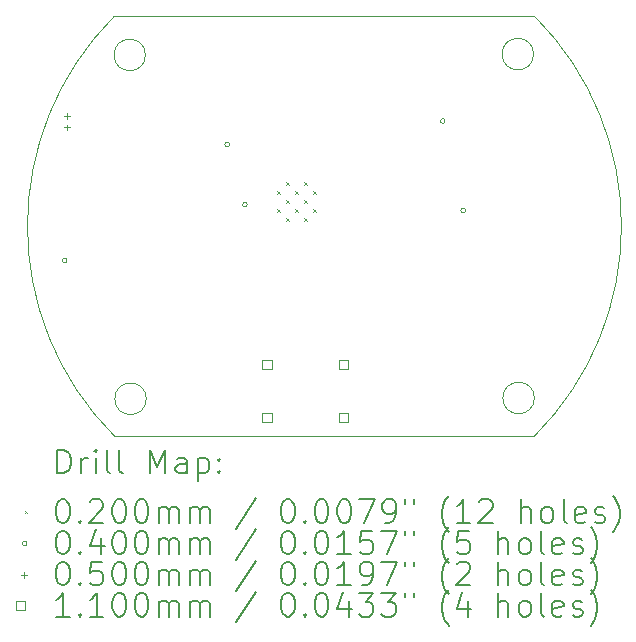
<source format=gbr>
%TF.GenerationSoftware,KiCad,Pcbnew,(6.0.10)*%
%TF.CreationDate,2023-02-02T13:59:29+08:00*%
%TF.ProjectId,AlarmTag,416c6172-6d54-4616-972e-6b696361645f,rev?*%
%TF.SameCoordinates,Original*%
%TF.FileFunction,Drillmap*%
%TF.FilePolarity,Positive*%
%FSLAX45Y45*%
G04 Gerber Fmt 4.5, Leading zero omitted, Abs format (unit mm)*
G04 Created by KiCad (PCBNEW (6.0.10)) date 2023-02-02 13:59:29*
%MOMM*%
%LPD*%
G01*
G04 APERTURE LIST*
%ADD10C,0.100000*%
%ADD11C,0.200000*%
%ADD12C,0.020000*%
%ADD13C,0.040000*%
%ADD14C,0.050000*%
%ADD15C,0.110000*%
G04 APERTURE END LIST*
D10*
X10697726Y-13273477D02*
G75*
G03*
X10697726Y-13273477I-133436J0D01*
G01*
X13984377Y-13589393D02*
G75*
G03*
X13984377Y-10033393I-1778000J1778000D01*
G01*
X10428377Y-10033393D02*
G75*
G03*
X10428377Y-13589393I1778000J-1778000D01*
G01*
X13983455Y-13266392D02*
G75*
G03*
X13983455Y-13266392I-133436J0D01*
G01*
X10428377Y-13589393D02*
X13984377Y-13589393D01*
X10690965Y-10362091D02*
G75*
G03*
X10690965Y-10362091I-133436J0D01*
G01*
X10428377Y-10033393D02*
X13984377Y-10033393D01*
X13976694Y-10355006D02*
G75*
G03*
X13976694Y-10355006I-133436J0D01*
G01*
D11*
D12*
X11808500Y-11515750D02*
X11828500Y-11535750D01*
X11828500Y-11515750D02*
X11808500Y-11535750D01*
X11808500Y-11668250D02*
X11828500Y-11688250D01*
X11828500Y-11668250D02*
X11808500Y-11688250D01*
X11884750Y-11439500D02*
X11904750Y-11459500D01*
X11904750Y-11439500D02*
X11884750Y-11459500D01*
X11884750Y-11592000D02*
X11904750Y-11612000D01*
X11904750Y-11592000D02*
X11884750Y-11612000D01*
X11884750Y-11744500D02*
X11904750Y-11764500D01*
X11904750Y-11744500D02*
X11884750Y-11764500D01*
X11961000Y-11515750D02*
X11981000Y-11535750D01*
X11981000Y-11515750D02*
X11961000Y-11535750D01*
X11961000Y-11668250D02*
X11981000Y-11688250D01*
X11981000Y-11668250D02*
X11961000Y-11688250D01*
X12037250Y-11439500D02*
X12057250Y-11459500D01*
X12057250Y-11439500D02*
X12037250Y-11459500D01*
X12037250Y-11592000D02*
X12057250Y-11612000D01*
X12057250Y-11592000D02*
X12037250Y-11612000D01*
X12037250Y-11744500D02*
X12057250Y-11764500D01*
X12057250Y-11744500D02*
X12037250Y-11764500D01*
X12113500Y-11515750D02*
X12133500Y-11535750D01*
X12133500Y-11515750D02*
X12113500Y-11535750D01*
X12113500Y-11668250D02*
X12133500Y-11688250D01*
X12133500Y-11668250D02*
X12113500Y-11688250D01*
D13*
X10025730Y-12103024D02*
G75*
G03*
X10025730Y-12103024I-20000J0D01*
G01*
X11403496Y-11121334D02*
G75*
G03*
X11403496Y-11121334I-20000J0D01*
G01*
X11553064Y-11628837D02*
G75*
G03*
X11553064Y-11628837I-20000J0D01*
G01*
X13228000Y-10922000D02*
G75*
G03*
X13228000Y-10922000I-20000J0D01*
G01*
X13401074Y-11678255D02*
G75*
G03*
X13401074Y-11678255I-20000J0D01*
G01*
D14*
X10024087Y-10851369D02*
X10024087Y-10901369D01*
X9999087Y-10876369D02*
X10049087Y-10876369D01*
X10024087Y-10951369D02*
X10024087Y-11001369D01*
X9999087Y-10976369D02*
X10049087Y-10976369D01*
D15*
X11758608Y-13021891D02*
X11758608Y-12944109D01*
X11680825Y-12944109D01*
X11680825Y-13021891D01*
X11758608Y-13021891D01*
X11758608Y-13471891D02*
X11758608Y-13394109D01*
X11680825Y-13394109D01*
X11680825Y-13471891D01*
X11758608Y-13471891D01*
X12408608Y-13021891D02*
X12408608Y-12944109D01*
X12330825Y-12944109D01*
X12330825Y-13021891D01*
X12408608Y-13021891D01*
X12408608Y-13471891D02*
X12408608Y-13394109D01*
X12330825Y-13394109D01*
X12330825Y-13471891D01*
X12408608Y-13471891D01*
D11*
X9944524Y-13904869D02*
X9944524Y-13704869D01*
X9992143Y-13704869D01*
X10020715Y-13714393D01*
X10039762Y-13733440D01*
X10049286Y-13752488D01*
X10058810Y-13790583D01*
X10058810Y-13819155D01*
X10049286Y-13857250D01*
X10039762Y-13876297D01*
X10020715Y-13895345D01*
X9992143Y-13904869D01*
X9944524Y-13904869D01*
X10144524Y-13904869D02*
X10144524Y-13771535D01*
X10144524Y-13809631D02*
X10154048Y-13790583D01*
X10163572Y-13781059D01*
X10182620Y-13771535D01*
X10201667Y-13771535D01*
X10268334Y-13904869D02*
X10268334Y-13771535D01*
X10268334Y-13704869D02*
X10258810Y-13714393D01*
X10268334Y-13723916D01*
X10277858Y-13714393D01*
X10268334Y-13704869D01*
X10268334Y-13723916D01*
X10392143Y-13904869D02*
X10373096Y-13895345D01*
X10363572Y-13876297D01*
X10363572Y-13704869D01*
X10496905Y-13904869D02*
X10477858Y-13895345D01*
X10468334Y-13876297D01*
X10468334Y-13704869D01*
X10725477Y-13904869D02*
X10725477Y-13704869D01*
X10792143Y-13847726D01*
X10858810Y-13704869D01*
X10858810Y-13904869D01*
X11039762Y-13904869D02*
X11039762Y-13800107D01*
X11030239Y-13781059D01*
X11011191Y-13771535D01*
X10973096Y-13771535D01*
X10954048Y-13781059D01*
X11039762Y-13895345D02*
X11020715Y-13904869D01*
X10973096Y-13904869D01*
X10954048Y-13895345D01*
X10944524Y-13876297D01*
X10944524Y-13857250D01*
X10954048Y-13838202D01*
X10973096Y-13828678D01*
X11020715Y-13828678D01*
X11039762Y-13819155D01*
X11135001Y-13771535D02*
X11135001Y-13971535D01*
X11135001Y-13781059D02*
X11154048Y-13771535D01*
X11192143Y-13771535D01*
X11211191Y-13781059D01*
X11220715Y-13790583D01*
X11230239Y-13809631D01*
X11230239Y-13866774D01*
X11220715Y-13885821D01*
X11211191Y-13895345D01*
X11192143Y-13904869D01*
X11154048Y-13904869D01*
X11135001Y-13895345D01*
X11315953Y-13885821D02*
X11325477Y-13895345D01*
X11315953Y-13904869D01*
X11306429Y-13895345D01*
X11315953Y-13885821D01*
X11315953Y-13904869D01*
X11315953Y-13781059D02*
X11325477Y-13790583D01*
X11315953Y-13800107D01*
X11306429Y-13790583D01*
X11315953Y-13781059D01*
X11315953Y-13800107D01*
D12*
X9666905Y-14224393D02*
X9686905Y-14244393D01*
X9686905Y-14224393D02*
X9666905Y-14244393D01*
D11*
X9982620Y-14124869D02*
X10001667Y-14124869D01*
X10020715Y-14134393D01*
X10030239Y-14143916D01*
X10039762Y-14162964D01*
X10049286Y-14201059D01*
X10049286Y-14248678D01*
X10039762Y-14286774D01*
X10030239Y-14305821D01*
X10020715Y-14315345D01*
X10001667Y-14324869D01*
X9982620Y-14324869D01*
X9963572Y-14315345D01*
X9954048Y-14305821D01*
X9944524Y-14286774D01*
X9935001Y-14248678D01*
X9935001Y-14201059D01*
X9944524Y-14162964D01*
X9954048Y-14143916D01*
X9963572Y-14134393D01*
X9982620Y-14124869D01*
X10135001Y-14305821D02*
X10144524Y-14315345D01*
X10135001Y-14324869D01*
X10125477Y-14315345D01*
X10135001Y-14305821D01*
X10135001Y-14324869D01*
X10220715Y-14143916D02*
X10230239Y-14134393D01*
X10249286Y-14124869D01*
X10296905Y-14124869D01*
X10315953Y-14134393D01*
X10325477Y-14143916D01*
X10335001Y-14162964D01*
X10335001Y-14182012D01*
X10325477Y-14210583D01*
X10211191Y-14324869D01*
X10335001Y-14324869D01*
X10458810Y-14124869D02*
X10477858Y-14124869D01*
X10496905Y-14134393D01*
X10506429Y-14143916D01*
X10515953Y-14162964D01*
X10525477Y-14201059D01*
X10525477Y-14248678D01*
X10515953Y-14286774D01*
X10506429Y-14305821D01*
X10496905Y-14315345D01*
X10477858Y-14324869D01*
X10458810Y-14324869D01*
X10439762Y-14315345D01*
X10430239Y-14305821D01*
X10420715Y-14286774D01*
X10411191Y-14248678D01*
X10411191Y-14201059D01*
X10420715Y-14162964D01*
X10430239Y-14143916D01*
X10439762Y-14134393D01*
X10458810Y-14124869D01*
X10649286Y-14124869D02*
X10668334Y-14124869D01*
X10687381Y-14134393D01*
X10696905Y-14143916D01*
X10706429Y-14162964D01*
X10715953Y-14201059D01*
X10715953Y-14248678D01*
X10706429Y-14286774D01*
X10696905Y-14305821D01*
X10687381Y-14315345D01*
X10668334Y-14324869D01*
X10649286Y-14324869D01*
X10630239Y-14315345D01*
X10620715Y-14305821D01*
X10611191Y-14286774D01*
X10601667Y-14248678D01*
X10601667Y-14201059D01*
X10611191Y-14162964D01*
X10620715Y-14143916D01*
X10630239Y-14134393D01*
X10649286Y-14124869D01*
X10801667Y-14324869D02*
X10801667Y-14191535D01*
X10801667Y-14210583D02*
X10811191Y-14201059D01*
X10830239Y-14191535D01*
X10858810Y-14191535D01*
X10877858Y-14201059D01*
X10887381Y-14220107D01*
X10887381Y-14324869D01*
X10887381Y-14220107D02*
X10896905Y-14201059D01*
X10915953Y-14191535D01*
X10944524Y-14191535D01*
X10963572Y-14201059D01*
X10973096Y-14220107D01*
X10973096Y-14324869D01*
X11068334Y-14324869D02*
X11068334Y-14191535D01*
X11068334Y-14210583D02*
X11077858Y-14201059D01*
X11096905Y-14191535D01*
X11125477Y-14191535D01*
X11144524Y-14201059D01*
X11154048Y-14220107D01*
X11154048Y-14324869D01*
X11154048Y-14220107D02*
X11163572Y-14201059D01*
X11182620Y-14191535D01*
X11211191Y-14191535D01*
X11230239Y-14201059D01*
X11239762Y-14220107D01*
X11239762Y-14324869D01*
X11630239Y-14115345D02*
X11458810Y-14372488D01*
X11887381Y-14124869D02*
X11906429Y-14124869D01*
X11925477Y-14134393D01*
X11935000Y-14143916D01*
X11944524Y-14162964D01*
X11954048Y-14201059D01*
X11954048Y-14248678D01*
X11944524Y-14286774D01*
X11935000Y-14305821D01*
X11925477Y-14315345D01*
X11906429Y-14324869D01*
X11887381Y-14324869D01*
X11868334Y-14315345D01*
X11858810Y-14305821D01*
X11849286Y-14286774D01*
X11839762Y-14248678D01*
X11839762Y-14201059D01*
X11849286Y-14162964D01*
X11858810Y-14143916D01*
X11868334Y-14134393D01*
X11887381Y-14124869D01*
X12039762Y-14305821D02*
X12049286Y-14315345D01*
X12039762Y-14324869D01*
X12030239Y-14315345D01*
X12039762Y-14305821D01*
X12039762Y-14324869D01*
X12173096Y-14124869D02*
X12192143Y-14124869D01*
X12211191Y-14134393D01*
X12220715Y-14143916D01*
X12230239Y-14162964D01*
X12239762Y-14201059D01*
X12239762Y-14248678D01*
X12230239Y-14286774D01*
X12220715Y-14305821D01*
X12211191Y-14315345D01*
X12192143Y-14324869D01*
X12173096Y-14324869D01*
X12154048Y-14315345D01*
X12144524Y-14305821D01*
X12135000Y-14286774D01*
X12125477Y-14248678D01*
X12125477Y-14201059D01*
X12135000Y-14162964D01*
X12144524Y-14143916D01*
X12154048Y-14134393D01*
X12173096Y-14124869D01*
X12363572Y-14124869D02*
X12382619Y-14124869D01*
X12401667Y-14134393D01*
X12411191Y-14143916D01*
X12420715Y-14162964D01*
X12430239Y-14201059D01*
X12430239Y-14248678D01*
X12420715Y-14286774D01*
X12411191Y-14305821D01*
X12401667Y-14315345D01*
X12382619Y-14324869D01*
X12363572Y-14324869D01*
X12344524Y-14315345D01*
X12335000Y-14305821D01*
X12325477Y-14286774D01*
X12315953Y-14248678D01*
X12315953Y-14201059D01*
X12325477Y-14162964D01*
X12335000Y-14143916D01*
X12344524Y-14134393D01*
X12363572Y-14124869D01*
X12496905Y-14124869D02*
X12630239Y-14124869D01*
X12544524Y-14324869D01*
X12715953Y-14324869D02*
X12754048Y-14324869D01*
X12773096Y-14315345D01*
X12782619Y-14305821D01*
X12801667Y-14277250D01*
X12811191Y-14239155D01*
X12811191Y-14162964D01*
X12801667Y-14143916D01*
X12792143Y-14134393D01*
X12773096Y-14124869D01*
X12735000Y-14124869D01*
X12715953Y-14134393D01*
X12706429Y-14143916D01*
X12696905Y-14162964D01*
X12696905Y-14210583D01*
X12706429Y-14229631D01*
X12715953Y-14239155D01*
X12735000Y-14248678D01*
X12773096Y-14248678D01*
X12792143Y-14239155D01*
X12801667Y-14229631D01*
X12811191Y-14210583D01*
X12887381Y-14124869D02*
X12887381Y-14162964D01*
X12963572Y-14124869D02*
X12963572Y-14162964D01*
X13258810Y-14401059D02*
X13249286Y-14391535D01*
X13230239Y-14362964D01*
X13220715Y-14343916D01*
X13211191Y-14315345D01*
X13201667Y-14267726D01*
X13201667Y-14229631D01*
X13211191Y-14182012D01*
X13220715Y-14153440D01*
X13230239Y-14134393D01*
X13249286Y-14105821D01*
X13258810Y-14096297D01*
X13439762Y-14324869D02*
X13325477Y-14324869D01*
X13382619Y-14324869D02*
X13382619Y-14124869D01*
X13363572Y-14153440D01*
X13344524Y-14172488D01*
X13325477Y-14182012D01*
X13515953Y-14143916D02*
X13525477Y-14134393D01*
X13544524Y-14124869D01*
X13592143Y-14124869D01*
X13611191Y-14134393D01*
X13620715Y-14143916D01*
X13630239Y-14162964D01*
X13630239Y-14182012D01*
X13620715Y-14210583D01*
X13506429Y-14324869D01*
X13630239Y-14324869D01*
X13868334Y-14324869D02*
X13868334Y-14124869D01*
X13954048Y-14324869D02*
X13954048Y-14220107D01*
X13944524Y-14201059D01*
X13925477Y-14191535D01*
X13896905Y-14191535D01*
X13877858Y-14201059D01*
X13868334Y-14210583D01*
X14077858Y-14324869D02*
X14058810Y-14315345D01*
X14049286Y-14305821D01*
X14039762Y-14286774D01*
X14039762Y-14229631D01*
X14049286Y-14210583D01*
X14058810Y-14201059D01*
X14077858Y-14191535D01*
X14106429Y-14191535D01*
X14125477Y-14201059D01*
X14135000Y-14210583D01*
X14144524Y-14229631D01*
X14144524Y-14286774D01*
X14135000Y-14305821D01*
X14125477Y-14315345D01*
X14106429Y-14324869D01*
X14077858Y-14324869D01*
X14258810Y-14324869D02*
X14239762Y-14315345D01*
X14230239Y-14296297D01*
X14230239Y-14124869D01*
X14411191Y-14315345D02*
X14392143Y-14324869D01*
X14354048Y-14324869D01*
X14335000Y-14315345D01*
X14325477Y-14296297D01*
X14325477Y-14220107D01*
X14335000Y-14201059D01*
X14354048Y-14191535D01*
X14392143Y-14191535D01*
X14411191Y-14201059D01*
X14420715Y-14220107D01*
X14420715Y-14239155D01*
X14325477Y-14258202D01*
X14496905Y-14315345D02*
X14515953Y-14324869D01*
X14554048Y-14324869D01*
X14573096Y-14315345D01*
X14582619Y-14296297D01*
X14582619Y-14286774D01*
X14573096Y-14267726D01*
X14554048Y-14258202D01*
X14525477Y-14258202D01*
X14506429Y-14248678D01*
X14496905Y-14229631D01*
X14496905Y-14220107D01*
X14506429Y-14201059D01*
X14525477Y-14191535D01*
X14554048Y-14191535D01*
X14573096Y-14201059D01*
X14649286Y-14401059D02*
X14658810Y-14391535D01*
X14677858Y-14362964D01*
X14687381Y-14343916D01*
X14696905Y-14315345D01*
X14706429Y-14267726D01*
X14706429Y-14229631D01*
X14696905Y-14182012D01*
X14687381Y-14153440D01*
X14677858Y-14134393D01*
X14658810Y-14105821D01*
X14649286Y-14096297D01*
D13*
X9686905Y-14498393D02*
G75*
G03*
X9686905Y-14498393I-20000J0D01*
G01*
D11*
X9982620Y-14388869D02*
X10001667Y-14388869D01*
X10020715Y-14398393D01*
X10030239Y-14407916D01*
X10039762Y-14426964D01*
X10049286Y-14465059D01*
X10049286Y-14512678D01*
X10039762Y-14550774D01*
X10030239Y-14569821D01*
X10020715Y-14579345D01*
X10001667Y-14588869D01*
X9982620Y-14588869D01*
X9963572Y-14579345D01*
X9954048Y-14569821D01*
X9944524Y-14550774D01*
X9935001Y-14512678D01*
X9935001Y-14465059D01*
X9944524Y-14426964D01*
X9954048Y-14407916D01*
X9963572Y-14398393D01*
X9982620Y-14388869D01*
X10135001Y-14569821D02*
X10144524Y-14579345D01*
X10135001Y-14588869D01*
X10125477Y-14579345D01*
X10135001Y-14569821D01*
X10135001Y-14588869D01*
X10315953Y-14455535D02*
X10315953Y-14588869D01*
X10268334Y-14379345D02*
X10220715Y-14522202D01*
X10344524Y-14522202D01*
X10458810Y-14388869D02*
X10477858Y-14388869D01*
X10496905Y-14398393D01*
X10506429Y-14407916D01*
X10515953Y-14426964D01*
X10525477Y-14465059D01*
X10525477Y-14512678D01*
X10515953Y-14550774D01*
X10506429Y-14569821D01*
X10496905Y-14579345D01*
X10477858Y-14588869D01*
X10458810Y-14588869D01*
X10439762Y-14579345D01*
X10430239Y-14569821D01*
X10420715Y-14550774D01*
X10411191Y-14512678D01*
X10411191Y-14465059D01*
X10420715Y-14426964D01*
X10430239Y-14407916D01*
X10439762Y-14398393D01*
X10458810Y-14388869D01*
X10649286Y-14388869D02*
X10668334Y-14388869D01*
X10687381Y-14398393D01*
X10696905Y-14407916D01*
X10706429Y-14426964D01*
X10715953Y-14465059D01*
X10715953Y-14512678D01*
X10706429Y-14550774D01*
X10696905Y-14569821D01*
X10687381Y-14579345D01*
X10668334Y-14588869D01*
X10649286Y-14588869D01*
X10630239Y-14579345D01*
X10620715Y-14569821D01*
X10611191Y-14550774D01*
X10601667Y-14512678D01*
X10601667Y-14465059D01*
X10611191Y-14426964D01*
X10620715Y-14407916D01*
X10630239Y-14398393D01*
X10649286Y-14388869D01*
X10801667Y-14588869D02*
X10801667Y-14455535D01*
X10801667Y-14474583D02*
X10811191Y-14465059D01*
X10830239Y-14455535D01*
X10858810Y-14455535D01*
X10877858Y-14465059D01*
X10887381Y-14484107D01*
X10887381Y-14588869D01*
X10887381Y-14484107D02*
X10896905Y-14465059D01*
X10915953Y-14455535D01*
X10944524Y-14455535D01*
X10963572Y-14465059D01*
X10973096Y-14484107D01*
X10973096Y-14588869D01*
X11068334Y-14588869D02*
X11068334Y-14455535D01*
X11068334Y-14474583D02*
X11077858Y-14465059D01*
X11096905Y-14455535D01*
X11125477Y-14455535D01*
X11144524Y-14465059D01*
X11154048Y-14484107D01*
X11154048Y-14588869D01*
X11154048Y-14484107D02*
X11163572Y-14465059D01*
X11182620Y-14455535D01*
X11211191Y-14455535D01*
X11230239Y-14465059D01*
X11239762Y-14484107D01*
X11239762Y-14588869D01*
X11630239Y-14379345D02*
X11458810Y-14636488D01*
X11887381Y-14388869D02*
X11906429Y-14388869D01*
X11925477Y-14398393D01*
X11935000Y-14407916D01*
X11944524Y-14426964D01*
X11954048Y-14465059D01*
X11954048Y-14512678D01*
X11944524Y-14550774D01*
X11935000Y-14569821D01*
X11925477Y-14579345D01*
X11906429Y-14588869D01*
X11887381Y-14588869D01*
X11868334Y-14579345D01*
X11858810Y-14569821D01*
X11849286Y-14550774D01*
X11839762Y-14512678D01*
X11839762Y-14465059D01*
X11849286Y-14426964D01*
X11858810Y-14407916D01*
X11868334Y-14398393D01*
X11887381Y-14388869D01*
X12039762Y-14569821D02*
X12049286Y-14579345D01*
X12039762Y-14588869D01*
X12030239Y-14579345D01*
X12039762Y-14569821D01*
X12039762Y-14588869D01*
X12173096Y-14388869D02*
X12192143Y-14388869D01*
X12211191Y-14398393D01*
X12220715Y-14407916D01*
X12230239Y-14426964D01*
X12239762Y-14465059D01*
X12239762Y-14512678D01*
X12230239Y-14550774D01*
X12220715Y-14569821D01*
X12211191Y-14579345D01*
X12192143Y-14588869D01*
X12173096Y-14588869D01*
X12154048Y-14579345D01*
X12144524Y-14569821D01*
X12135000Y-14550774D01*
X12125477Y-14512678D01*
X12125477Y-14465059D01*
X12135000Y-14426964D01*
X12144524Y-14407916D01*
X12154048Y-14398393D01*
X12173096Y-14388869D01*
X12430239Y-14588869D02*
X12315953Y-14588869D01*
X12373096Y-14588869D02*
X12373096Y-14388869D01*
X12354048Y-14417440D01*
X12335000Y-14436488D01*
X12315953Y-14446012D01*
X12611191Y-14388869D02*
X12515953Y-14388869D01*
X12506429Y-14484107D01*
X12515953Y-14474583D01*
X12535000Y-14465059D01*
X12582619Y-14465059D01*
X12601667Y-14474583D01*
X12611191Y-14484107D01*
X12620715Y-14503155D01*
X12620715Y-14550774D01*
X12611191Y-14569821D01*
X12601667Y-14579345D01*
X12582619Y-14588869D01*
X12535000Y-14588869D01*
X12515953Y-14579345D01*
X12506429Y-14569821D01*
X12687381Y-14388869D02*
X12820715Y-14388869D01*
X12735000Y-14588869D01*
X12887381Y-14388869D02*
X12887381Y-14426964D01*
X12963572Y-14388869D02*
X12963572Y-14426964D01*
X13258810Y-14665059D02*
X13249286Y-14655535D01*
X13230239Y-14626964D01*
X13220715Y-14607916D01*
X13211191Y-14579345D01*
X13201667Y-14531726D01*
X13201667Y-14493631D01*
X13211191Y-14446012D01*
X13220715Y-14417440D01*
X13230239Y-14398393D01*
X13249286Y-14369821D01*
X13258810Y-14360297D01*
X13430239Y-14388869D02*
X13335000Y-14388869D01*
X13325477Y-14484107D01*
X13335000Y-14474583D01*
X13354048Y-14465059D01*
X13401667Y-14465059D01*
X13420715Y-14474583D01*
X13430239Y-14484107D01*
X13439762Y-14503155D01*
X13439762Y-14550774D01*
X13430239Y-14569821D01*
X13420715Y-14579345D01*
X13401667Y-14588869D01*
X13354048Y-14588869D01*
X13335000Y-14579345D01*
X13325477Y-14569821D01*
X13677858Y-14588869D02*
X13677858Y-14388869D01*
X13763572Y-14588869D02*
X13763572Y-14484107D01*
X13754048Y-14465059D01*
X13735000Y-14455535D01*
X13706429Y-14455535D01*
X13687381Y-14465059D01*
X13677858Y-14474583D01*
X13887381Y-14588869D02*
X13868334Y-14579345D01*
X13858810Y-14569821D01*
X13849286Y-14550774D01*
X13849286Y-14493631D01*
X13858810Y-14474583D01*
X13868334Y-14465059D01*
X13887381Y-14455535D01*
X13915953Y-14455535D01*
X13935000Y-14465059D01*
X13944524Y-14474583D01*
X13954048Y-14493631D01*
X13954048Y-14550774D01*
X13944524Y-14569821D01*
X13935000Y-14579345D01*
X13915953Y-14588869D01*
X13887381Y-14588869D01*
X14068334Y-14588869D02*
X14049286Y-14579345D01*
X14039762Y-14560297D01*
X14039762Y-14388869D01*
X14220715Y-14579345D02*
X14201667Y-14588869D01*
X14163572Y-14588869D01*
X14144524Y-14579345D01*
X14135000Y-14560297D01*
X14135000Y-14484107D01*
X14144524Y-14465059D01*
X14163572Y-14455535D01*
X14201667Y-14455535D01*
X14220715Y-14465059D01*
X14230239Y-14484107D01*
X14230239Y-14503155D01*
X14135000Y-14522202D01*
X14306429Y-14579345D02*
X14325477Y-14588869D01*
X14363572Y-14588869D01*
X14382619Y-14579345D01*
X14392143Y-14560297D01*
X14392143Y-14550774D01*
X14382619Y-14531726D01*
X14363572Y-14522202D01*
X14335000Y-14522202D01*
X14315953Y-14512678D01*
X14306429Y-14493631D01*
X14306429Y-14484107D01*
X14315953Y-14465059D01*
X14335000Y-14455535D01*
X14363572Y-14455535D01*
X14382619Y-14465059D01*
X14458810Y-14665059D02*
X14468334Y-14655535D01*
X14487381Y-14626964D01*
X14496905Y-14607916D01*
X14506429Y-14579345D01*
X14515953Y-14531726D01*
X14515953Y-14493631D01*
X14506429Y-14446012D01*
X14496905Y-14417440D01*
X14487381Y-14398393D01*
X14468334Y-14369821D01*
X14458810Y-14360297D01*
D14*
X9661905Y-14737393D02*
X9661905Y-14787393D01*
X9636905Y-14762393D02*
X9686905Y-14762393D01*
D11*
X9982620Y-14652869D02*
X10001667Y-14652869D01*
X10020715Y-14662393D01*
X10030239Y-14671916D01*
X10039762Y-14690964D01*
X10049286Y-14729059D01*
X10049286Y-14776678D01*
X10039762Y-14814774D01*
X10030239Y-14833821D01*
X10020715Y-14843345D01*
X10001667Y-14852869D01*
X9982620Y-14852869D01*
X9963572Y-14843345D01*
X9954048Y-14833821D01*
X9944524Y-14814774D01*
X9935001Y-14776678D01*
X9935001Y-14729059D01*
X9944524Y-14690964D01*
X9954048Y-14671916D01*
X9963572Y-14662393D01*
X9982620Y-14652869D01*
X10135001Y-14833821D02*
X10144524Y-14843345D01*
X10135001Y-14852869D01*
X10125477Y-14843345D01*
X10135001Y-14833821D01*
X10135001Y-14852869D01*
X10325477Y-14652869D02*
X10230239Y-14652869D01*
X10220715Y-14748107D01*
X10230239Y-14738583D01*
X10249286Y-14729059D01*
X10296905Y-14729059D01*
X10315953Y-14738583D01*
X10325477Y-14748107D01*
X10335001Y-14767155D01*
X10335001Y-14814774D01*
X10325477Y-14833821D01*
X10315953Y-14843345D01*
X10296905Y-14852869D01*
X10249286Y-14852869D01*
X10230239Y-14843345D01*
X10220715Y-14833821D01*
X10458810Y-14652869D02*
X10477858Y-14652869D01*
X10496905Y-14662393D01*
X10506429Y-14671916D01*
X10515953Y-14690964D01*
X10525477Y-14729059D01*
X10525477Y-14776678D01*
X10515953Y-14814774D01*
X10506429Y-14833821D01*
X10496905Y-14843345D01*
X10477858Y-14852869D01*
X10458810Y-14852869D01*
X10439762Y-14843345D01*
X10430239Y-14833821D01*
X10420715Y-14814774D01*
X10411191Y-14776678D01*
X10411191Y-14729059D01*
X10420715Y-14690964D01*
X10430239Y-14671916D01*
X10439762Y-14662393D01*
X10458810Y-14652869D01*
X10649286Y-14652869D02*
X10668334Y-14652869D01*
X10687381Y-14662393D01*
X10696905Y-14671916D01*
X10706429Y-14690964D01*
X10715953Y-14729059D01*
X10715953Y-14776678D01*
X10706429Y-14814774D01*
X10696905Y-14833821D01*
X10687381Y-14843345D01*
X10668334Y-14852869D01*
X10649286Y-14852869D01*
X10630239Y-14843345D01*
X10620715Y-14833821D01*
X10611191Y-14814774D01*
X10601667Y-14776678D01*
X10601667Y-14729059D01*
X10611191Y-14690964D01*
X10620715Y-14671916D01*
X10630239Y-14662393D01*
X10649286Y-14652869D01*
X10801667Y-14852869D02*
X10801667Y-14719535D01*
X10801667Y-14738583D02*
X10811191Y-14729059D01*
X10830239Y-14719535D01*
X10858810Y-14719535D01*
X10877858Y-14729059D01*
X10887381Y-14748107D01*
X10887381Y-14852869D01*
X10887381Y-14748107D02*
X10896905Y-14729059D01*
X10915953Y-14719535D01*
X10944524Y-14719535D01*
X10963572Y-14729059D01*
X10973096Y-14748107D01*
X10973096Y-14852869D01*
X11068334Y-14852869D02*
X11068334Y-14719535D01*
X11068334Y-14738583D02*
X11077858Y-14729059D01*
X11096905Y-14719535D01*
X11125477Y-14719535D01*
X11144524Y-14729059D01*
X11154048Y-14748107D01*
X11154048Y-14852869D01*
X11154048Y-14748107D02*
X11163572Y-14729059D01*
X11182620Y-14719535D01*
X11211191Y-14719535D01*
X11230239Y-14729059D01*
X11239762Y-14748107D01*
X11239762Y-14852869D01*
X11630239Y-14643345D02*
X11458810Y-14900488D01*
X11887381Y-14652869D02*
X11906429Y-14652869D01*
X11925477Y-14662393D01*
X11935000Y-14671916D01*
X11944524Y-14690964D01*
X11954048Y-14729059D01*
X11954048Y-14776678D01*
X11944524Y-14814774D01*
X11935000Y-14833821D01*
X11925477Y-14843345D01*
X11906429Y-14852869D01*
X11887381Y-14852869D01*
X11868334Y-14843345D01*
X11858810Y-14833821D01*
X11849286Y-14814774D01*
X11839762Y-14776678D01*
X11839762Y-14729059D01*
X11849286Y-14690964D01*
X11858810Y-14671916D01*
X11868334Y-14662393D01*
X11887381Y-14652869D01*
X12039762Y-14833821D02*
X12049286Y-14843345D01*
X12039762Y-14852869D01*
X12030239Y-14843345D01*
X12039762Y-14833821D01*
X12039762Y-14852869D01*
X12173096Y-14652869D02*
X12192143Y-14652869D01*
X12211191Y-14662393D01*
X12220715Y-14671916D01*
X12230239Y-14690964D01*
X12239762Y-14729059D01*
X12239762Y-14776678D01*
X12230239Y-14814774D01*
X12220715Y-14833821D01*
X12211191Y-14843345D01*
X12192143Y-14852869D01*
X12173096Y-14852869D01*
X12154048Y-14843345D01*
X12144524Y-14833821D01*
X12135000Y-14814774D01*
X12125477Y-14776678D01*
X12125477Y-14729059D01*
X12135000Y-14690964D01*
X12144524Y-14671916D01*
X12154048Y-14662393D01*
X12173096Y-14652869D01*
X12430239Y-14852869D02*
X12315953Y-14852869D01*
X12373096Y-14852869D02*
X12373096Y-14652869D01*
X12354048Y-14681440D01*
X12335000Y-14700488D01*
X12315953Y-14710012D01*
X12525477Y-14852869D02*
X12563572Y-14852869D01*
X12582619Y-14843345D01*
X12592143Y-14833821D01*
X12611191Y-14805250D01*
X12620715Y-14767155D01*
X12620715Y-14690964D01*
X12611191Y-14671916D01*
X12601667Y-14662393D01*
X12582619Y-14652869D01*
X12544524Y-14652869D01*
X12525477Y-14662393D01*
X12515953Y-14671916D01*
X12506429Y-14690964D01*
X12506429Y-14738583D01*
X12515953Y-14757631D01*
X12525477Y-14767155D01*
X12544524Y-14776678D01*
X12582619Y-14776678D01*
X12601667Y-14767155D01*
X12611191Y-14757631D01*
X12620715Y-14738583D01*
X12687381Y-14652869D02*
X12820715Y-14652869D01*
X12735000Y-14852869D01*
X12887381Y-14652869D02*
X12887381Y-14690964D01*
X12963572Y-14652869D02*
X12963572Y-14690964D01*
X13258810Y-14929059D02*
X13249286Y-14919535D01*
X13230239Y-14890964D01*
X13220715Y-14871916D01*
X13211191Y-14843345D01*
X13201667Y-14795726D01*
X13201667Y-14757631D01*
X13211191Y-14710012D01*
X13220715Y-14681440D01*
X13230239Y-14662393D01*
X13249286Y-14633821D01*
X13258810Y-14624297D01*
X13325477Y-14671916D02*
X13335000Y-14662393D01*
X13354048Y-14652869D01*
X13401667Y-14652869D01*
X13420715Y-14662393D01*
X13430239Y-14671916D01*
X13439762Y-14690964D01*
X13439762Y-14710012D01*
X13430239Y-14738583D01*
X13315953Y-14852869D01*
X13439762Y-14852869D01*
X13677858Y-14852869D02*
X13677858Y-14652869D01*
X13763572Y-14852869D02*
X13763572Y-14748107D01*
X13754048Y-14729059D01*
X13735000Y-14719535D01*
X13706429Y-14719535D01*
X13687381Y-14729059D01*
X13677858Y-14738583D01*
X13887381Y-14852869D02*
X13868334Y-14843345D01*
X13858810Y-14833821D01*
X13849286Y-14814774D01*
X13849286Y-14757631D01*
X13858810Y-14738583D01*
X13868334Y-14729059D01*
X13887381Y-14719535D01*
X13915953Y-14719535D01*
X13935000Y-14729059D01*
X13944524Y-14738583D01*
X13954048Y-14757631D01*
X13954048Y-14814774D01*
X13944524Y-14833821D01*
X13935000Y-14843345D01*
X13915953Y-14852869D01*
X13887381Y-14852869D01*
X14068334Y-14852869D02*
X14049286Y-14843345D01*
X14039762Y-14824297D01*
X14039762Y-14652869D01*
X14220715Y-14843345D02*
X14201667Y-14852869D01*
X14163572Y-14852869D01*
X14144524Y-14843345D01*
X14135000Y-14824297D01*
X14135000Y-14748107D01*
X14144524Y-14729059D01*
X14163572Y-14719535D01*
X14201667Y-14719535D01*
X14220715Y-14729059D01*
X14230239Y-14748107D01*
X14230239Y-14767155D01*
X14135000Y-14786202D01*
X14306429Y-14843345D02*
X14325477Y-14852869D01*
X14363572Y-14852869D01*
X14382619Y-14843345D01*
X14392143Y-14824297D01*
X14392143Y-14814774D01*
X14382619Y-14795726D01*
X14363572Y-14786202D01*
X14335000Y-14786202D01*
X14315953Y-14776678D01*
X14306429Y-14757631D01*
X14306429Y-14748107D01*
X14315953Y-14729059D01*
X14335000Y-14719535D01*
X14363572Y-14719535D01*
X14382619Y-14729059D01*
X14458810Y-14929059D02*
X14468334Y-14919535D01*
X14487381Y-14890964D01*
X14496905Y-14871916D01*
X14506429Y-14843345D01*
X14515953Y-14795726D01*
X14515953Y-14757631D01*
X14506429Y-14710012D01*
X14496905Y-14681440D01*
X14487381Y-14662393D01*
X14468334Y-14633821D01*
X14458810Y-14624297D01*
D15*
X9670797Y-15065284D02*
X9670797Y-14987501D01*
X9593014Y-14987501D01*
X9593014Y-15065284D01*
X9670797Y-15065284D01*
D11*
X10049286Y-15116869D02*
X9935001Y-15116869D01*
X9992143Y-15116869D02*
X9992143Y-14916869D01*
X9973096Y-14945440D01*
X9954048Y-14964488D01*
X9935001Y-14974012D01*
X10135001Y-15097821D02*
X10144524Y-15107345D01*
X10135001Y-15116869D01*
X10125477Y-15107345D01*
X10135001Y-15097821D01*
X10135001Y-15116869D01*
X10335001Y-15116869D02*
X10220715Y-15116869D01*
X10277858Y-15116869D02*
X10277858Y-14916869D01*
X10258810Y-14945440D01*
X10239762Y-14964488D01*
X10220715Y-14974012D01*
X10458810Y-14916869D02*
X10477858Y-14916869D01*
X10496905Y-14926393D01*
X10506429Y-14935916D01*
X10515953Y-14954964D01*
X10525477Y-14993059D01*
X10525477Y-15040678D01*
X10515953Y-15078774D01*
X10506429Y-15097821D01*
X10496905Y-15107345D01*
X10477858Y-15116869D01*
X10458810Y-15116869D01*
X10439762Y-15107345D01*
X10430239Y-15097821D01*
X10420715Y-15078774D01*
X10411191Y-15040678D01*
X10411191Y-14993059D01*
X10420715Y-14954964D01*
X10430239Y-14935916D01*
X10439762Y-14926393D01*
X10458810Y-14916869D01*
X10649286Y-14916869D02*
X10668334Y-14916869D01*
X10687381Y-14926393D01*
X10696905Y-14935916D01*
X10706429Y-14954964D01*
X10715953Y-14993059D01*
X10715953Y-15040678D01*
X10706429Y-15078774D01*
X10696905Y-15097821D01*
X10687381Y-15107345D01*
X10668334Y-15116869D01*
X10649286Y-15116869D01*
X10630239Y-15107345D01*
X10620715Y-15097821D01*
X10611191Y-15078774D01*
X10601667Y-15040678D01*
X10601667Y-14993059D01*
X10611191Y-14954964D01*
X10620715Y-14935916D01*
X10630239Y-14926393D01*
X10649286Y-14916869D01*
X10801667Y-15116869D02*
X10801667Y-14983535D01*
X10801667Y-15002583D02*
X10811191Y-14993059D01*
X10830239Y-14983535D01*
X10858810Y-14983535D01*
X10877858Y-14993059D01*
X10887381Y-15012107D01*
X10887381Y-15116869D01*
X10887381Y-15012107D02*
X10896905Y-14993059D01*
X10915953Y-14983535D01*
X10944524Y-14983535D01*
X10963572Y-14993059D01*
X10973096Y-15012107D01*
X10973096Y-15116869D01*
X11068334Y-15116869D02*
X11068334Y-14983535D01*
X11068334Y-15002583D02*
X11077858Y-14993059D01*
X11096905Y-14983535D01*
X11125477Y-14983535D01*
X11144524Y-14993059D01*
X11154048Y-15012107D01*
X11154048Y-15116869D01*
X11154048Y-15012107D02*
X11163572Y-14993059D01*
X11182620Y-14983535D01*
X11211191Y-14983535D01*
X11230239Y-14993059D01*
X11239762Y-15012107D01*
X11239762Y-15116869D01*
X11630239Y-14907345D02*
X11458810Y-15164488D01*
X11887381Y-14916869D02*
X11906429Y-14916869D01*
X11925477Y-14926393D01*
X11935000Y-14935916D01*
X11944524Y-14954964D01*
X11954048Y-14993059D01*
X11954048Y-15040678D01*
X11944524Y-15078774D01*
X11935000Y-15097821D01*
X11925477Y-15107345D01*
X11906429Y-15116869D01*
X11887381Y-15116869D01*
X11868334Y-15107345D01*
X11858810Y-15097821D01*
X11849286Y-15078774D01*
X11839762Y-15040678D01*
X11839762Y-14993059D01*
X11849286Y-14954964D01*
X11858810Y-14935916D01*
X11868334Y-14926393D01*
X11887381Y-14916869D01*
X12039762Y-15097821D02*
X12049286Y-15107345D01*
X12039762Y-15116869D01*
X12030239Y-15107345D01*
X12039762Y-15097821D01*
X12039762Y-15116869D01*
X12173096Y-14916869D02*
X12192143Y-14916869D01*
X12211191Y-14926393D01*
X12220715Y-14935916D01*
X12230239Y-14954964D01*
X12239762Y-14993059D01*
X12239762Y-15040678D01*
X12230239Y-15078774D01*
X12220715Y-15097821D01*
X12211191Y-15107345D01*
X12192143Y-15116869D01*
X12173096Y-15116869D01*
X12154048Y-15107345D01*
X12144524Y-15097821D01*
X12135000Y-15078774D01*
X12125477Y-15040678D01*
X12125477Y-14993059D01*
X12135000Y-14954964D01*
X12144524Y-14935916D01*
X12154048Y-14926393D01*
X12173096Y-14916869D01*
X12411191Y-14983535D02*
X12411191Y-15116869D01*
X12363572Y-14907345D02*
X12315953Y-15050202D01*
X12439762Y-15050202D01*
X12496905Y-14916869D02*
X12620715Y-14916869D01*
X12554048Y-14993059D01*
X12582619Y-14993059D01*
X12601667Y-15002583D01*
X12611191Y-15012107D01*
X12620715Y-15031155D01*
X12620715Y-15078774D01*
X12611191Y-15097821D01*
X12601667Y-15107345D01*
X12582619Y-15116869D01*
X12525477Y-15116869D01*
X12506429Y-15107345D01*
X12496905Y-15097821D01*
X12687381Y-14916869D02*
X12811191Y-14916869D01*
X12744524Y-14993059D01*
X12773096Y-14993059D01*
X12792143Y-15002583D01*
X12801667Y-15012107D01*
X12811191Y-15031155D01*
X12811191Y-15078774D01*
X12801667Y-15097821D01*
X12792143Y-15107345D01*
X12773096Y-15116869D01*
X12715953Y-15116869D01*
X12696905Y-15107345D01*
X12687381Y-15097821D01*
X12887381Y-14916869D02*
X12887381Y-14954964D01*
X12963572Y-14916869D02*
X12963572Y-14954964D01*
X13258810Y-15193059D02*
X13249286Y-15183535D01*
X13230239Y-15154964D01*
X13220715Y-15135916D01*
X13211191Y-15107345D01*
X13201667Y-15059726D01*
X13201667Y-15021631D01*
X13211191Y-14974012D01*
X13220715Y-14945440D01*
X13230239Y-14926393D01*
X13249286Y-14897821D01*
X13258810Y-14888297D01*
X13420715Y-14983535D02*
X13420715Y-15116869D01*
X13373096Y-14907345D02*
X13325477Y-15050202D01*
X13449286Y-15050202D01*
X13677858Y-15116869D02*
X13677858Y-14916869D01*
X13763572Y-15116869D02*
X13763572Y-15012107D01*
X13754048Y-14993059D01*
X13735000Y-14983535D01*
X13706429Y-14983535D01*
X13687381Y-14993059D01*
X13677858Y-15002583D01*
X13887381Y-15116869D02*
X13868334Y-15107345D01*
X13858810Y-15097821D01*
X13849286Y-15078774D01*
X13849286Y-15021631D01*
X13858810Y-15002583D01*
X13868334Y-14993059D01*
X13887381Y-14983535D01*
X13915953Y-14983535D01*
X13935000Y-14993059D01*
X13944524Y-15002583D01*
X13954048Y-15021631D01*
X13954048Y-15078774D01*
X13944524Y-15097821D01*
X13935000Y-15107345D01*
X13915953Y-15116869D01*
X13887381Y-15116869D01*
X14068334Y-15116869D02*
X14049286Y-15107345D01*
X14039762Y-15088297D01*
X14039762Y-14916869D01*
X14220715Y-15107345D02*
X14201667Y-15116869D01*
X14163572Y-15116869D01*
X14144524Y-15107345D01*
X14135000Y-15088297D01*
X14135000Y-15012107D01*
X14144524Y-14993059D01*
X14163572Y-14983535D01*
X14201667Y-14983535D01*
X14220715Y-14993059D01*
X14230239Y-15012107D01*
X14230239Y-15031155D01*
X14135000Y-15050202D01*
X14306429Y-15107345D02*
X14325477Y-15116869D01*
X14363572Y-15116869D01*
X14382619Y-15107345D01*
X14392143Y-15088297D01*
X14392143Y-15078774D01*
X14382619Y-15059726D01*
X14363572Y-15050202D01*
X14335000Y-15050202D01*
X14315953Y-15040678D01*
X14306429Y-15021631D01*
X14306429Y-15012107D01*
X14315953Y-14993059D01*
X14335000Y-14983535D01*
X14363572Y-14983535D01*
X14382619Y-14993059D01*
X14458810Y-15193059D02*
X14468334Y-15183535D01*
X14487381Y-15154964D01*
X14496905Y-15135916D01*
X14506429Y-15107345D01*
X14515953Y-15059726D01*
X14515953Y-15021631D01*
X14506429Y-14974012D01*
X14496905Y-14945440D01*
X14487381Y-14926393D01*
X14468334Y-14897821D01*
X14458810Y-14888297D01*
M02*

</source>
